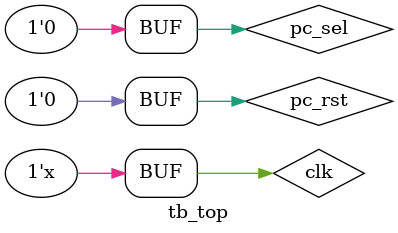
<source format=v>
`timescale 1ns / 1ps


module tb_top;
    reg clk;
    
    //PC inputs
    //clk
    reg pc_en;
    wire pc_rst = 0;
    wire [31:0] alu_out_to_pc;
    wire pc_sel = 0;
    //PC outputs
    wire [31:0] pc_instr;
   //PC Instantiation
   prog_ctr pc(clk, pc_en, pc_rst, alu_out_to_pc, pc_sel, pc_instr);
   
   //IMEM inputs
   //clk
    reg [3:0] imem_wen;
    reg [13:0] imem_addr;
    reg [31:0] imem_din;
    //IMEM outputs
    wire [31:0] imem_dout;
    wire imem_read_valid;
    //IMEM Instantiation
    instr_blk_mem_top imem(clk, imem_wen, imem_addr, imem_din, imem_dout, imem_read_valid);
    
    //DECODE inputs
    //clk
    //wire [31:0] decode_instr;
    
    //DECODE outputs
    wire [4:0] decode_rs1;
    wire [4:0] decode_rs2; 
    wire [4:0] decode_rd;
    wire [19:0] decode_imm;
    wire [3:0] decode_alu_ctrl;
    wire decode_alu_src;
    wire decode_reg_write;
    wire decode_mem_read;
    wire decode_mem_write;
    wire [3:0] decode_mem_size;
    wire decode_branch;
    wire decode_jump;
    wire decode_jump_reg;
    wire decode_lui;
    wire decode_aupc;
    //DECODE Instantiation
    decode decode(
        clk, 
        imem_dout, 
        decode_rs1, 
        decode_rs2, 
        decode_rd, 
        decode_imm, 
        decode_alu_ctrl, 
        decode_alu_src,
        decode_reg_write,
        decode_mem_read,
        decode_mem_write,
        decode_mem_size,
        decode_branch,
        decode_jump,
        decode_jump_reg,
        decode_lui,
        decode_aupc
        );
        reg[31:0] ctr;
        reg [31:0] instrs [0:10];
        initial begin
            clk <= 0;
            ctr <= 0;
            pc_en <= 0;
            instrs[0] <= 32'h00000297; // auipc t0, 0x0
            instrs[1] <= 32'h00028067; // addi t0, t0, offset for value1
            instrs[2] <= 32'h0002a003; // lw t1, 0(t0)
            instrs[3] <= 32'h00000297; // auipc t0, 0x0
            instrs[4] <= 32'h00028067; // addi t0, t0, offset for value2
            instrs[5] <= 32'h0002a403; // lw t2, 0(t0)
            instrs[6] <= 32'h006302b3; // add t3, t1, t2
            instrs[7] <= 32'h00000297; // auipc t0, 0x0
            instrs[8] <= 32'h00028067; // addi t0, t0, offset for result
            instrs[9] <= 32'h0002a023; // sw t3, 0(t0)
            instrs[10] <= 32'h00000073; // ecall
        end
        
        always begin
            #10clk <= ~clk;
        end
        
        
        always @(posedge clk) begin
            ctr <= ctr + 1;
            if (ctr <= 10) begin
                imem_wen = 4'b1111;
                imem_addr = ctr;
                imem_din = instrs[ctr];
            end else begin
                imem_addr = pc_instr[31:2];
                if (ctr == 11) begin
                    imem_wen = 4'b0000;
                    pc_en <= 1;
                end
                
            end
        end
        
endmodule

</source>
